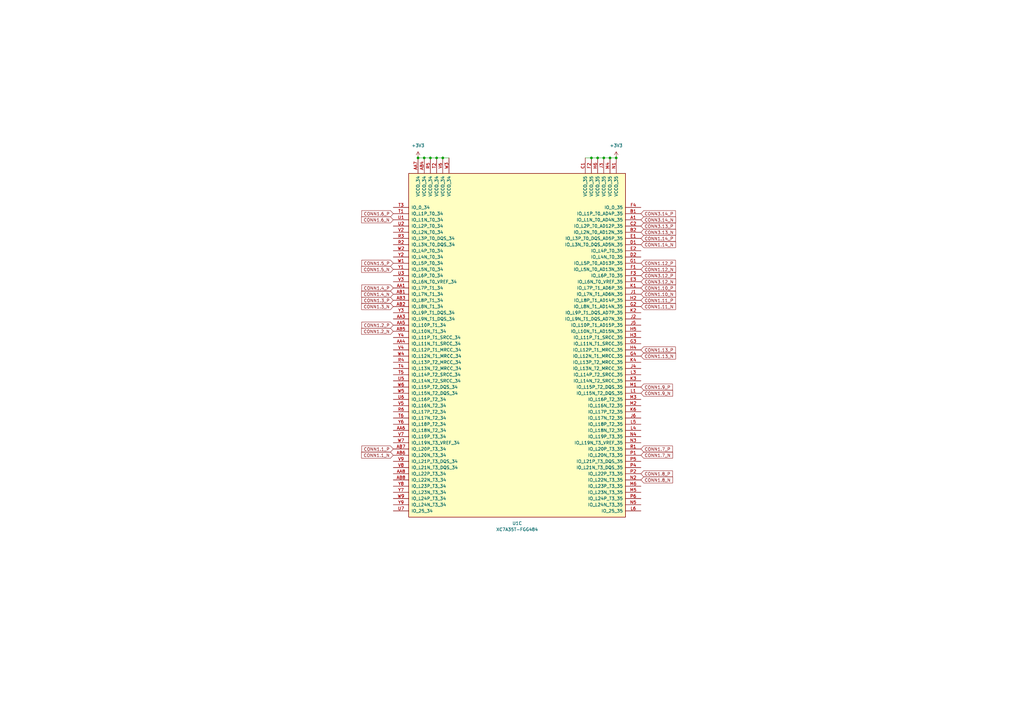
<source format=kicad_sch>
(kicad_sch (version 20230121) (generator eeschema)
  (paper "A3")
  (lib_symbols
    (symbol "FPGA_Xilinx_Artix7:XC7A35T-FGG484" (pin_names (offset 1.016))
      (property "Reference" "U" (at 0 1.27 0))
      (property "Value" "XC7A35T-FGG484" (at 0 -1.27 0))
      (symbol "XC7A35T-FGG484_1_1"
        (rectangle (start -44.45 67.31) (end 44.45 -73.66) (stroke (width 0.254)) (fill (type background)))
        (pin power_in line (at -40.64 73.66 270) (length 6.35) (name "VCCO_13") (number "AA17"))
        (pin bidirectional line (at 50.8 -30.48 180) (length 6.35) (name "IO_L17P_T2_A14_D30_14") (number "AA18"))
        (pin bidirectional line (at 50.8 -20.32 180) (length 6.35) (name "IO_L15P_T2_DQS_RDWR_B_14") (number "AA19"))
        (pin bidirectional line (at 50.8 15.24 180) (length 6.35) (name "IO_L8P_T1_D11_14") (number "AA20"))
        (pin bidirectional line (at 50.8 12.7 180) (length 6.35) (name "IO_L8N_T1_D12_14") (number "AA21"))
        (pin power_in line (at -38.1 73.66 270) (length 6.35) (name "VCCO_13") (number "AB14"))
        (pin bidirectional line (at 50.8 -33.02 180) (length 6.35) (name "IO_L17N_T2_A13_D29_14") (number "AB18"))
        (pin bidirectional line (at 50.8 -22.86 180) (length 6.35) (name "IO_L15N_T2_DQS_DOUT_CSO_B_14") (number "AB20"))
        (pin bidirectional line (at 50.8 5.08 180) (length 6.35) (name "IO_L10P_T1_D14_14") (number "AB21"))
        (pin bidirectional line (at 50.8 2.54 180) (length 6.35) (name "IO_L10N_T1_D15_14") (number "AB22"))
        (pin power_in line (at 27.94 73.66 270) (length 6.35) (name "VCCO_14") (number "M14"))
        (pin bidirectional line (at 50.8 -60.96 180) (length 6.35) (name "IO_L23P_T3_A03_D19_14") (number "N13"))
        (pin bidirectional line (at 50.8 -63.5 180) (length 6.35) (name "IO_L23N_T3_A02_D18_14") (number "N14"))
        (pin bidirectional line (at 50.8 -71.12 180) (length 6.35) (name "IO_25_14") (number "N15"))
        (pin bidirectional line (at 50.8 -50.8 180) (length 6.35) (name "IO_L21P_T3_DQS_14") (number "N17"))
        (pin bidirectional line (at 50.8 -40.64 180) (length 6.35) (name "IO_L19P_T3_A10_D26_14") (number "P14"))
        (pin bidirectional line (at 50.8 -55.88 180) (length 6.35) (name "IO_L22P_T3_A05_D21_14") (number "P15"))
        (pin bidirectional line (at 50.8 -66.04 180) (length 6.35) (name "IO_L24P_T3_A01_D17_14") (number "P16"))
        (pin bidirectional line (at 50.8 -53.34 180) (length 6.35) (name "IO_L21N_T3_DQS_A06_D22_14") (number "P17"))
        (pin power_in line (at 30.48 73.66 270) (length 6.35) (name "VCCO_14") (number "P18"))
        (pin bidirectional line (at 50.8 30.48 180) (length 6.35) (name "IO_L5P_T0_D06_14") (number "P19"))
        (pin bidirectional line (at 50.8 53.34 180) (length 6.35) (name "IO_0_14") (number "P20"))
        (pin bidirectional line (at 50.8 45.72 180) (length 6.35) (name "IO_L2P_T0_D02_14") (number "P21"))
        (pin bidirectional line (at 50.8 50.8 180) (length 6.35) (name "IO_L1P_T0_D00_MOSI_14") (number "P22"))
        (pin bidirectional line (at 50.8 -43.18 180) (length 6.35) (name "IO_L19N_T3_A09_D25_VREF_14") (number "R14"))
        (pin power_in line (at 33.02 73.66 270) (length 6.35) (name "VCCO_14") (number "R15"))
        (pin bidirectional line (at 50.8 -58.42 180) (length 6.35) (name "IO_L22N_T3_A04_D20_14") (number "R16"))
        (pin bidirectional line (at 50.8 -68.58 180) (length 6.35) (name "IO_L24N_T3_A00_D16_14") (number "R17"))
        (pin bidirectional line (at 50.8 -45.72 180) (length 6.35) (name "IO_L20P_T3_A08_D24_14") (number "R18"))
        (pin bidirectional line (at 50.8 27.94 180) (length 6.35) (name "IO_L5N_T0_D07_14") (number "R19"))
        (pin bidirectional line (at 50.8 43.18 180) (length 6.35) (name "IO_L2N_T0_D03_14") (number "R21"))
        (pin bidirectional line (at 50.8 48.26 180) (length 6.35) (name "IO_L1N_T0_D01_DIN_14") (number "R22"))
        (pin bidirectional line (at 50.8 -48.26 180) (length 6.35) (name "IO_L20N_T3_A07_D23_14") (number "T18"))
        (pin bidirectional line (at 50.8 25.4 180) (length 6.35) (name "IO_L6P_T0_FCS_B_14") (number "T19"))
        (pin bidirectional line (at 50.8 22.86 180) (length 6.35) (name "IO_L6N_T0_D08_VREF_14") (number "T20"))
        (pin bidirectional line (at 50.8 35.56 180) (length 6.35) (name "IO_L4P_T0_D04_14") (number "T21"))
        (pin power_in line (at 35.56 73.66 270) (length 6.35) (name "VCCO_14") (number "T22"))
        (pin bidirectional line (at 50.8 -35.56 180) (length 6.35) (name "IO_L18P_T2_A12_D28_14") (number "U17"))
        (pin bidirectional line (at 50.8 -38.1 180) (length 6.35) (name "IO_L18N_T2_A11_D27_14") (number "U18"))
        (pin power_in line (at 38.1 73.66 270) (length 6.35) (name "VCCO_14") (number "U19"))
        (pin bidirectional line (at 50.8 0 180) (length 6.35) (name "IO_L11P_T1_SRCC_14") (number "U20"))
        (pin bidirectional line (at 50.8 33.02 180) (length 6.35) (name "IO_L4N_T0_D05_14") (number "U21"))
        (pin bidirectional line (at 50.8 40.64 180) (length 6.35) (name "IO_L3P_T0_DQS_PUDC_B_14") (number "U22"))
        (pin power_in line (at -35.56 73.66 270) (length 6.35) (name "VCCO_13") (number "V16"))
        (pin bidirectional line (at 50.8 -25.4 180) (length 6.35) (name "IO_L16P_T2_CSI_B_14") (number "V17"))
        (pin bidirectional line (at 50.8 -15.24 180) (length 6.35) (name "IO_L14P_T2_SRCC_14") (number "V18"))
        (pin bidirectional line (at 50.8 -17.78 180) (length 6.35) (name "IO_L14N_T2_SRCC_14") (number "V19"))
        (pin bidirectional line (at 50.8 -2.54 180) (length 6.35) (name "IO_L11N_T1_SRCC_14") (number "V20"))
        (pin bidirectional line (at 50.8 38.1 180) (length 6.35) (name "IO_L3N_T0_DQS_EMCCLK_14") (number "V22"))
        (pin power_in line (at -33.02 73.66 270) (length 6.35) (name "VCCO_13") (number "W13"))
        (pin bidirectional line (at 50.8 -27.94 180) (length 6.35) (name "IO_L16N_T2_A15_D31_14") (number "W17"))
        (pin bidirectional line (at 50.8 -5.08 180) (length 6.35) (name "IO_L12P_T1_MRCC_14") (number "W19"))
        (pin bidirectional line (at 50.8 -7.62 180) (length 6.35) (name "IO_L12N_T1_MRCC_14") (number "W20"))
        (pin bidirectional line (at 50.8 20.32 180) (length 6.35) (name "IO_L7P_T1_D09_14") (number "W21"))
        (pin bidirectional line (at 50.8 17.78 180) (length 6.35) (name "IO_L7N_T1_D10_14") (number "W22"))
        (pin power_in line (at -30.48 73.66 270) (length 6.35) (name "VCCO_13") (number "Y10"))
        (pin bidirectional line (at 50.8 -10.16 180) (length 6.35) (name "IO_L13P_T2_MRCC_14") (number "Y18"))
        (pin bidirectional line (at 50.8 -12.7 180) (length 6.35) (name "IO_L13N_T2_MRCC_14") (number "Y19"))
        (pin power_in line (at 40.64 73.66 270) (length 6.35) (name "VCCO_14") (number "Y20"))
        (pin bidirectional line (at 50.8 10.16 180) (length 6.35) (name "IO_L9P_T1_DQS_14") (number "Y21"))
        (pin bidirectional line (at 50.8 7.62 180) (length 6.35) (name "IO_L9N_T1_DQS_D13_14") (number "Y22"))
      )
      (symbol "XC7A35T-FGG484_2_1"
        (rectangle (start -44.45 67.31) (end 44.45 -73.66) (stroke (width 0.254)) (fill (type background)))
        (pin bidirectional line (at 50.8 5.08 180) (length 6.35) (name "IO_L10P_T1_16") (number "A13"))
        (pin bidirectional line (at 50.8 2.54 180) (length 6.35) (name "IO_L10N_T1_16") (number "A14"))
        (pin bidirectional line (at 50.8 10.16 180) (length 6.35) (name "IO_L9P_T1_DQS_16") (number "A15"))
        (pin bidirectional line (at 50.8 7.62 180) (length 6.35) (name "IO_L9N_T1_DQS_16") (number "A16"))
        (pin power_in line (at 27.94 73.66 270) (length 6.35) (name "VCCO_16") (number "A17"))
        (pin bidirectional line (at 50.8 -30.48 180) (length 6.35) (name "IO_L17P_T2_16") (number "A18"))
        (pin bidirectional line (at 50.8 -33.02 180) (length 6.35) (name "IO_L17N_T2_16") (number "A19"))
        (pin bidirectional line (at 50.8 -27.94 180) (length 6.35) (name "IO_L16N_T2_16") (number "A20"))
        (pin bidirectional line (at 50.8 -53.34 180) (length 6.35) (name "IO_L21N_T3_DQS_16") (number "A21"))
        (pin bidirectional line (at 50.8 12.7 180) (length 6.35) (name "IO_L8N_T1_16") (number "B13"))
        (pin power_in line (at 30.48 73.66 270) (length 6.35) (name "VCCO_16") (number "B14"))
        (pin bidirectional line (at 50.8 20.32 180) (length 6.35) (name "IO_L7P_T1_16") (number "B15"))
        (pin bidirectional line (at 50.8 17.78 180) (length 6.35) (name "IO_L7N_T1_16") (number "B16"))
        (pin bidirectional line (at 50.8 0 180) (length 6.35) (name "IO_L11P_T1_SRCC_16") (number "B17"))
        (pin bidirectional line (at 50.8 -2.54 180) (length 6.35) (name "IO_L11N_T1_SRCC_16") (number "B18"))
        (pin bidirectional line (at 50.8 -25.4 180) (length 6.35) (name "IO_L16P_T2_16") (number "B20"))
        (pin bidirectional line (at 50.8 -50.8 180) (length 6.35) (name "IO_L21P_T3_DQS_16") (number "B21"))
        (pin bidirectional line (at 50.8 -48.26 180) (length 6.35) (name "IO_L20N_T3_16") (number "B22"))
        (pin bidirectional line (at 50.8 15.24 180) (length 6.35) (name "IO_L8P_T1_16") (number "C13"))
        (pin bidirectional line (at 50.8 40.64 180) (length 6.35) (name "IO_L3P_T0_DQS_16") (number "C14"))
        (pin bidirectional line (at 50.8 38.1 180) (length 6.35) (name "IO_L3N_T0_DQS_16") (number "C15"))
        (pin bidirectional line (at 50.8 -7.62 180) (length 6.35) (name "IO_L12N_T1_MRCC_16") (number "C17"))
        (pin bidirectional line (at 50.8 -10.16 180) (length 6.35) (name "IO_L13P_T2_MRCC_16") (number "C18"))
        (pin bidirectional line (at 50.8 -12.7 180) (length 6.35) (name "IO_L13N_T2_MRCC_16") (number "C19"))
        (pin bidirectional line (at 50.8 -43.18 180) (length 6.35) (name "IO_L19N_T3_VREF_16") (number "C20"))
        (pin power_in line (at 33.02 73.66 270) (length 6.35) (name "VCCO_16") (number "C21"))
        (pin bidirectional line (at 50.8 -45.72 180) (length 6.35) (name "IO_L20P_T3_16") (number "C22"))
        (pin bidirectional line (at 50.8 25.4 180) (length 6.35) (name "IO_L6P_T0_16") (number "D14"))
        (pin bidirectional line (at 50.8 22.86 180) (length 6.35) (name "IO_L6N_T0_VREF_16") (number "D15"))
        (pin bidirectional line (at 50.8 27.94 180) (length 6.35) (name "IO_L5N_T0_16") (number "D16"))
        (pin bidirectional line (at 50.8 -5.08 180) (length 6.35) (name "IO_L12P_T1_MRCC_16") (number "D17"))
        (pin power_in line (at 35.56 73.66 270) (length 6.35) (name "VCCO_16") (number "D18"))
        (pin bidirectional line (at 50.8 -17.78 180) (length 6.35) (name "IO_L14N_T2_SRCC_16") (number "D19"))
        (pin bidirectional line (at 50.8 -40.64 180) (length 6.35) (name "IO_L19P_T3_16") (number "D20"))
        (pin bidirectional line (at 50.8 -63.5 180) (length 6.35) (name "IO_L23N_T3_16") (number "D21"))
        (pin bidirectional line (at 50.8 -58.42 180) (length 6.35) (name "IO_L22N_T3_16") (number "D22"))
        (pin bidirectional line (at 50.8 35.56 180) (length 6.35) (name "IO_L4P_T0_16") (number "E13"))
        (pin bidirectional line (at 50.8 33.02 180) (length 6.35) (name "IO_L4N_T0_16") (number "E14"))
        (pin power_in line (at 38.1 73.66 270) (length 6.35) (name "VCCO_16") (number "E15"))
        (pin bidirectional line (at 50.8 30.48 180) (length 6.35) (name "IO_L5P_T0_16") (number "E16"))
        (pin bidirectional line (at 50.8 43.18 180) (length 6.35) (name "IO_L2N_T0_16") (number "E17"))
        (pin bidirectional line (at 50.8 -22.86 180) (length 6.35) (name "IO_L15N_T2_DQS_16") (number "E18"))
        (pin bidirectional line (at 50.8 -15.24 180) (length 6.35) (name "IO_L14P_T2_SRCC_16") (number "E19"))
        (pin bidirectional line (at 50.8 -60.96 180) (length 6.35) (name "IO_L23P_T3_16") (number "E21"))
        (pin bidirectional line (at 50.8 -55.88 180) (length 6.35) (name "IO_L22P_T3_16") (number "E22"))
        (pin bidirectional line (at 50.8 50.8 180) (length 6.35) (name "IO_L1P_T0_16") (number "F13"))
        (pin bidirectional line (at 50.8 48.26 180) (length 6.35) (name "IO_L1N_T0_16") (number "F14"))
        (pin bidirectional line (at 50.8 53.34 180) (length 6.35) (name "IO_0_16") (number "F15"))
        (pin bidirectional line (at 50.8 45.72 180) (length 6.35) (name "IO_L2P_T0_16") (number "F16"))
        (pin bidirectional line (at 50.8 -20.32 180) (length 6.35) (name "IO_L15P_T2_DQS_16") (number "F18"))
        (pin bidirectional line (at 50.8 -35.56 180) (length 6.35) (name "IO_L18P_T2_16") (number "F19"))
        (pin bidirectional line (at 50.8 -38.1 180) (length 6.35) (name "IO_L18N_T2_16") (number "F20"))
        (pin bidirectional line (at 50.8 -71.12 180) (length 6.35) (name "IO_25_16") (number "F21"))
        (pin power_in line (at 40.64 73.66 270) (length 6.35) (name "VCCO_16") (number "F22"))
        (pin bidirectional line (at -50.8 48.26 0) (length 6.35) (name "IO_L1N_T0_AD0N_15") (number "G13"))
        (pin bidirectional line (at -50.8 45.72 0) (length 6.35) (name "IO_L2P_T0_AD8P_15") (number "G15"))
        (pin bidirectional line (at -50.8 43.18 0) (length 6.35) (name "IO_L2N_T0_AD8N_15") (number "G16"))
        (pin bidirectional line (at -50.8 35.56 0) (length 6.35) (name "IO_L4P_T0_15") (number "G17"))
        (pin bidirectional line (at -50.8 33.02 0) (length 6.35) (name "IO_L4N_T0_15") (number "G18"))
        (pin power_in line (at -40.64 73.66 270) (length 6.35) (name "VCCO_15") (number "G19"))
        (pin bidirectional line (at -50.8 12.7 0) (length 6.35) (name "IO_L8N_T1_AD10N_15") (number "G20"))
        (pin bidirectional line (at 50.8 -66.04 180) (length 6.35) (name "IO_L24P_T3_16") (number "G21"))
        (pin bidirectional line (at 50.8 -68.58 180) (length 6.35) (name "IO_L24N_T3_16") (number "G22"))
        (pin bidirectional line (at -50.8 50.8 0) (length 6.35) (name "IO_L1P_T0_AD0P_15") (number "H13"))
        (pin bidirectional line (at -50.8 38.1 0) (length 6.35) (name "IO_L3N_T0_DQS_AD1N_15") (number "H14"))
        (pin bidirectional line (at -50.8 27.94 0) (length 6.35) (name "IO_L5N_T0_AD9N_15") (number "H15"))
        (pin power_in line (at -38.1 73.66 270) (length 6.35) (name "VCCO_15") (number "H16"))
        (pin bidirectional line (at -50.8 25.4 0) (length 6.35) (name "IO_L6P_T0_15") (number "H17"))
        (pin bidirectional line (at -50.8 22.86 0) (length 6.35) (name "IO_L6N_T0_VREF_15") (number "H18"))
        (pin bidirectional line (at -50.8 -7.62 0) (length 6.35) (name "IO_L12N_T1_MRCC_15") (number "H19"))
        (pin bidirectional line (at -50.8 15.24 0) (length 6.35) (name "IO_L8P_T1_AD10P_15") (number "H20"))
        (pin bidirectional line (at -50.8 17.78 0) (length 6.35) (name "IO_L7N_T1_AD2N_15") (number "H22"))
        (pin power_in line (at -35.56 73.66 270) (length 6.35) (name "VCCO_15") (number "J13"))
        (pin bidirectional line (at -50.8 40.64 0) (length 6.35) (name "IO_L3P_T0_DQS_AD1P_15") (number "J14"))
        (pin bidirectional line (at -50.8 30.48 0) (length 6.35) (name "IO_L5P_T0_AD9P_15") (number "J15"))
        (pin bidirectional line (at -50.8 53.34 0) (length 6.35) (name "IO_0_15") (number "J16"))
        (pin bidirectional line (at -50.8 -53.34 0) (length 6.35) (name "IO_L21N_T3_DQS_A18_15") (number "J17"))
        (pin bidirectional line (at -50.8 -5.08 0) (length 6.35) (name "IO_L12P_T1_MRCC_15") (number "J19"))
        (pin bidirectional line (at -50.8 0 0) (length 6.35) (name "IO_L11P_T1_SRCC_15") (number "J20"))
        (pin bidirectional line (at -50.8 -2.54 0) (length 6.35) (name "IO_L11N_T1_SRCC_15") (number "J21"))
        (pin bidirectional line (at -50.8 20.32 0) (length 6.35) (name "IO_L7P_T1_AD2P_15") (number "J22"))
        (pin bidirectional line (at -50.8 -40.64 0) (length 6.35) (name "IO_L19P_T3_A22_15") (number "K13"))
        (pin bidirectional line (at -50.8 -43.18 0) (length 6.35) (name "IO_L19N_T3_A21_VREF_15") (number "K14"))
        (pin bidirectional line (at -50.8 -63.5 0) (length 6.35) (name "IO_L23N_T3_FWE_B_15") (number "K16"))
        (pin bidirectional line (at -50.8 -50.8 0) (length 6.35) (name "IO_L21P_T3_DQS_15") (number "K17"))
        (pin bidirectional line (at -50.8 -10.16 0) (length 6.35) (name "IO_L13P_T2_MRCC_15") (number "K18"))
        (pin bidirectional line (at -50.8 -12.7 0) (length 6.35) (name "IO_L13N_T2_MRCC_15") (number "K19"))
        (pin power_in line (at -33.02 73.66 270) (length 6.35) (name "VCCO_15") (number "K20"))
        (pin bidirectional line (at -50.8 10.16 0) (length 6.35) (name "IO_L9P_T1_DQS_AD3P_15") (number "K21"))
        (pin bidirectional line (at -50.8 7.62 0) (length 6.35) (name "IO_L9N_T1_DQS_AD3N_15") (number "K22"))
        (pin bidirectional line (at -50.8 -48.26 0) (length 6.35) (name "IO_L20N_T3_A19_15") (number "L13"))
        (pin bidirectional line (at -50.8 -55.88 0) (length 6.35) (name "IO_L22P_T3_A17_15") (number "L14"))
        (pin bidirectional line (at -50.8 -58.42 0) (length 6.35) (name "IO_L22N_T3_A16_15") (number "L15"))
        (pin bidirectional line (at -50.8 -60.96 0) (length 6.35) (name "IO_L23P_T3_FOE_B_15") (number "L16"))
        (pin power_in line (at -30.48 73.66 270) (length 6.35) (name "VCCO_15") (number "L17"))
        (pin bidirectional line (at -50.8 -27.94 0) (length 6.35) (name "IO_L16N_T2_A27_15") (number "L18"))
        (pin bidirectional line (at -50.8 -15.24 0) (length 6.35) (name "IO_L14P_T2_SRCC_15") (number "L19"))
        (pin bidirectional line (at -50.8 -17.78 0) (length 6.35) (name "IO_L14N_T2_SRCC_15") (number "L20"))
        (pin bidirectional line (at -50.8 2.54 0) (length 6.35) (name "IO_L10N_T1_AD11N_15") (number "L21"))
        (pin bidirectional line (at -50.8 -45.72 0) (length 6.35) (name "IO_L20P_T3_A20_15") (number "M13"))
        (pin bidirectional line (at -50.8 -66.04 0) (length 6.35) (name "IO_L24P_T3_RS1_15") (number "M15"))
        (pin bidirectional line (at -50.8 -68.58 0) (length 6.35) (name "IO_L24N_T3_RS0_15") (number "M16"))
        (pin bidirectional line (at -50.8 -71.12 0) (length 6.35) (name "IO_25_15") (number "M17"))
        (pin bidirectional line (at -50.8 -25.4 0) (length 6.35) (name "IO_L16P_T2_A28_15") (number "M18"))
        (pin bidirectional line (at -50.8 -38.1 0) (length 6.35) (name "IO_L18N_T2_A23_15") (number "M20"))
        (pin bidirectional line (at -50.8 5.08 0) (length 6.35) (name "IO_L10P_T1_AD11P_15") (number "M21"))
        (pin bidirectional line (at -50.8 -22.86 0) (length 6.35) (name "IO_L15N_T2_DQS_ADV_B_15") (number "M22"))
        (pin bidirectional line (at -50.8 -30.48 0) (length 6.35) (name "IO_L17P_T2_A26_15") (number "N18"))
        (pin bidirectional line (at -50.8 -33.02 0) (length 6.35) (name "IO_L17N_T2_A25_15") (number "N19"))
        (pin bidirectional line (at -50.8 -35.56 0) (length 6.35) (name "IO_L18P_T2_A24_15") (number "N20"))
        (pin power_in line (at -27.94 73.66 270) (length 6.35) (name "VCCO_15") (number "N21"))
        (pin bidirectional line (at -50.8 -20.32 0) (length 6.35) (name "IO_L15P_T2_DQS_15") (number "N22"))
      )
      (symbol "XC7A35T-FGG484_3_1"
        (rectangle (start -44.45 67.31) (end 44.45 -73.66) (stroke (width 0.254)) (fill (type background)))
        (pin bidirectional line (at 50.8 48.26 180) (length 6.35) (name "IO_L1N_T0_AD4N_35") (number "A1"))
        (pin bidirectional line (at -50.8 20.32 0) (length 6.35) (name "IO_L7P_T1_34") (number "AA1"))
        (pin bidirectional line (at -50.8 7.62 0) (length 6.35) (name "IO_L9N_T1_DQS_34") (number "AA3"))
        (pin bidirectional line (at -50.8 -2.54 0) (length 6.35) (name "IO_L11N_T1_SRCC_34") (number "AA4"))
        (pin bidirectional line (at -50.8 5.08 0) (length 6.35) (name "IO_L10P_T1_34") (number "AA5"))
        (pin bidirectional line (at -50.8 -38.1 0) (length 6.35) (name "IO_L18N_T2_34") (number "AA6"))
        (pin power_in line (at -40.64 73.66 270) (length 6.35) (name "VCCO_34") (number "AA7"))
        (pin bidirectional line (at -50.8 -55.88 0) (length 6.35) (name "IO_L22P_T3_34") (number "AA8"))
        (pin bidirectional line (at -50.8 17.78 0) (length 6.35) (name "IO_L7N_T1_34") (number "AB1"))
        (pin bidirectional line (at -50.8 12.7 0) (length 6.35) (name "IO_L8N_T1_34") (number "AB2"))
        (pin bidirectional line (at -50.8 15.24 0) (length 6.35) (name "IO_L8P_T1_34") (number "AB3"))
        (pin power_in line (at -38.1 73.66 270) (length 6.35) (name "VCCO_34") (number "AB4"))
        (pin bidirectional line (at -50.8 2.54 0) (length 6.35) (name "IO_L10N_T1_34") (number "AB5"))
        (pin bidirectional line (at -50.8 -48.26 0) (length 6.35) (name "IO_L20N_T3_34") (number "AB6"))
        (pin bidirectional line (at -50.8 -45.72 0) (length 6.35) (name "IO_L20P_T3_34") (number "AB7"))
        (pin bidirectional line (at -50.8 -58.42 0) (length 6.35) (name "IO_L22N_T3_34") (number "AB8"))
        (pin bidirectional line (at 50.8 50.8 180) (length 6.35) (name "IO_L1P_T0_AD4P_35") (number "B1"))
        (pin bidirectional line (at 50.8 43.18 180) (length 6.35) (name "IO_L2N_T0_AD12N_35") (number "B2"))
        (pin power_in line (at 27.94 73.66 270) (length 6.35) (name "VCCO_35") (number "C1"))
        (pin bidirectional line (at 50.8 45.72 180) (length 6.35) (name "IO_L2P_T0_AD12P_35") (number "C2"))
        (pin bidirectional line (at 50.8 38.1 180) (length 6.35) (name "IO_L3N_T0_DQS_AD5N_35") (number "D1"))
        (pin bidirectional line (at 50.8 33.02 180) (length 6.35) (name "IO_L4N_T0_35") (number "D2"))
        (pin bidirectional line (at 50.8 40.64 180) (length 6.35) (name "IO_L3P_T0_DQS_AD5P_35") (number "E1"))
        (pin bidirectional line (at 50.8 35.56 180) (length 6.35) (name "IO_L4P_T0_35") (number "E2"))
        (pin bidirectional line (at 50.8 22.86 180) (length 6.35) (name "IO_L6N_T0_VREF_35") (number "E3"))
        (pin bidirectional line (at 50.8 27.94 180) (length 6.35) (name "IO_L5N_T0_AD13N_35") (number "F1"))
        (pin power_in line (at 30.48 73.66 270) (length 6.35) (name "VCCO_35") (number "F2"))
        (pin bidirectional line (at 50.8 25.4 180) (length 6.35) (name "IO_L6P_T0_35") (number "F3"))
        (pin bidirectional line (at 50.8 53.34 180) (length 6.35) (name "IO_0_35") (number "F4"))
        (pin bidirectional line (at 50.8 30.48 180) (length 6.35) (name "IO_L5P_T0_AD13P_35") (number "G1"))
        (pin bidirectional line (at 50.8 12.7 180) (length 6.35) (name "IO_L8N_T1_AD14N_35") (number "G2"))
        (pin bidirectional line (at 50.8 -2.54 180) (length 6.35) (name "IO_L11N_T1_SRCC_35") (number "G3"))
        (pin bidirectional line (at 50.8 -7.62 180) (length 6.35) (name "IO_L12N_T1_MRCC_35") (number "G4"))
        (pin bidirectional line (at 50.8 15.24 180) (length 6.35) (name "IO_L8P_T1_AD14P_35") (number "H2"))
        (pin bidirectional line (at 50.8 0 180) (length 6.35) (name "IO_L11P_T1_SRCC_35") (number "H3"))
        (pin bidirectional line (at 50.8 -5.08 180) (length 6.35) (name "IO_L12P_T1_MRCC_35") (number "H4"))
        (pin bidirectional line (at 50.8 2.54 180) (length 6.35) (name "IO_L10N_T1_AD15N_35") (number "H5"))
        (pin power_in line (at 33.02 73.66 270) (length 6.35) (name "VCCO_35") (number "H6"))
        (pin bidirectional line (at 50.8 17.78 180) (length 6.35) (name "IO_L7N_T1_AD6N_35") (number "J1"))
        (pin bidirectional line (at 50.8 7.62 180) (length 6.35) (name "IO_L9N_T1_DQS_AD7N_35") (number "J2"))
        (pin power_in line (at 35.56 73.66 270) (length 6.35) (name "VCCO_35") (number "J3"))
        (pin bidirectional line (at 50.8 -12.7 180) (length 6.35) (name "IO_L13N_T2_MRCC_35") (number "J4"))
        (pin bidirectional line (at 50.8 5.08 180) (length 6.35) (name "IO_L10P_T1_AD15P_35") (number "J5"))
        (pin bidirectional line (at 50.8 -33.02 180) (length 6.35) (name "IO_L17N_T2_35") (number "J6"))
        (pin bidirectional line (at 50.8 20.32 180) (length 6.35) (name "IO_L7P_T1_AD6P_35") (number "K1"))
        (pin bidirectional line (at 50.8 10.16 180) (length 6.35) (name "IO_L9P_T1_DQS_AD7P_35") (number "K2"))
        (pin bidirectional line (at 50.8 -17.78 180) (length 6.35) (name "IO_L14N_T2_SRCC_35") (number "K3"))
        (pin bidirectional line (at 50.8 -10.16 180) (length 6.35) (name "IO_L13P_T2_MRCC_35") (number "K4"))
        (pin bidirectional line (at 50.8 -30.48 180) (length 6.35) (name "IO_L17P_T2_35") (number "K6"))
        (pin bidirectional line (at 50.8 -22.86 180) (length 6.35) (name "IO_L15N_T2_DQS_35") (number "L1"))
        (pin bidirectional line (at 50.8 -15.24 180) (length 6.35) (name "IO_L14P_T2_SRCC_35") (number "L3"))
        (pin bidirectional line (at 50.8 -38.1 180) (length 6.35) (name "IO_L18N_T2_35") (number "L4"))
        (pin bidirectional line (at 50.8 -35.56 180) (length 6.35) (name "IO_L18P_T2_35") (number "L5"))
        (pin bidirectional line (at 50.8 -71.12 180) (length 6.35) (name "IO_25_35") (number "L6"))
        (pin bidirectional line (at 50.8 -20.32 180) (length 6.35) (name "IO_L15P_T2_DQS_35") (number "M1"))
        (pin bidirectional line (at 50.8 -27.94 180) (length 6.35) (name "IO_L16N_T2_35") (number "M2"))
        (pin bidirectional line (at 50.8 -25.4 180) (length 6.35) (name "IO_L16P_T2_35") (number "M3"))
        (pin power_in line (at 38.1 73.66 270) (length 6.35) (name "VCCO_35") (number "M4"))
        (pin bidirectional line (at 50.8 -63.5 180) (length 6.35) (name "IO_L23N_T3_35") (number "M5"))
        (pin bidirectional line (at 50.8 -60.96 180) (length 6.35) (name "IO_L23P_T3_35") (number "M6"))
        (pin power_in line (at 40.64 73.66 270) (length 6.35) (name "VCCO_35") (number "N1"))
        (pin bidirectional line (at 50.8 -58.42 180) (length 6.35) (name "IO_L22N_T3_35") (number "N2"))
        (pin bidirectional line (at 50.8 -43.18 180) (length 6.35) (name "IO_L19N_T3_VREF_35") (number "N3"))
        (pin bidirectional line (at 50.8 -40.64 180) (length 6.35) (name "IO_L19P_T3_35") (number "N4"))
        (pin bidirectional line (at 50.8 -68.58 180) (length 6.35) (name "IO_L24N_T3_35") (number "N5"))
        (pin bidirectional line (at 50.8 -48.26 180) (length 6.35) (name "IO_L20N_T3_35") (number "P1"))
        (pin bidirectional line (at 50.8 -55.88 180) (length 6.35) (name "IO_L22P_T3_35") (number "P2"))
        (pin bidirectional line (at 50.8 -53.34 180) (length 6.35) (name "IO_L21N_T3_DQS_35") (number "P4"))
        (pin bidirectional line (at 50.8 -50.8 180) (length 6.35) (name "IO_L21P_T3_DQS_35") (number "P5"))
        (pin bidirectional line (at 50.8 -66.04 180) (length 6.35) (name "IO_L24P_T3_35") (number "P6"))
        (pin bidirectional line (at 50.8 -45.72 180) (length 6.35) (name "IO_L20P_T3_35") (number "R1"))
        (pin bidirectional line (at -50.8 38.1 0) (length 6.35) (name "IO_L3N_T0_DQS_34") (number "R2"))
        (pin bidirectional line (at -50.8 40.64 0) (length 6.35) (name "IO_L3P_T0_DQS_34") (number "R3"))
        (pin bidirectional line (at -50.8 -10.16 0) (length 6.35) (name "IO_L13P_T2_MRCC_34") (number "R4"))
        (pin power_in line (at -35.56 73.66 270) (length 6.35) (name "VCCO_34") (number "R5"))
        (pin bidirectional line (at -50.8 -30.48 0) (length 6.35) (name "IO_L17P_T2_34") (number "R6"))
        (pin bidirectional line (at -50.8 50.8 0) (length 6.35) (name "IO_L1P_T0_34") (number "T1"))
        (pin power_in line (at -33.02 73.66 270) (length 6.35) (name "VCCO_34") (number "T2"))
        (pin bidirectional line (at -50.8 53.34 0) (length 6.35) (name "IO_0_34") (number "T3"))
        (pin bidirectional line (at -50.8 -12.7 0) (length 6.35) (name "IO_L13N_T2_MRCC_34") (number "T4"))
        (pin bidirectional line (at -50.8 -15.24 0) (length 6.35) (name "IO_L14P_T2_SRCC_34") (number "T5"))
        (pin bidirectional line (at -50.8 -33.02 0) (length 6.35) (name "IO_L17N_T2_34") (number "T6"))
        (pin bidirectional line (at -50.8 48.26 0) (length 6.35) (name "IO_L1N_T0_34") (number "U1"))
        (pin bidirectional line (at -50.8 45.72 0) (length 6.35) (name "IO_L2P_T0_34") (number "U2"))
        (pin bidirectional line (at -50.8 25.4 0) (length 6.35) (name "IO_L6P_T0_34") (number "U3"))
        (pin bidirectional line (at -50.8 -17.78 0) (length 6.35) (name "IO_L14N_T2_SRCC_34") (number "U5"))
        (pin bidirectional line (at -50.8 -25.4 0) (length 6.35) (name "IO_L16P_T2_34") (number "U6"))
        (pin bidirectional line (at -50.8 -71.12 0) (length 6.35) (name "IO_25_34") (number "U7"))
        (pin bidirectional line (at -50.8 43.18 0) (length 6.35) (name "IO_L2N_T0_34") (number "V2"))
        (pin bidirectional line (at -50.8 22.86 0) (length 6.35) (name "IO_L6N_T0_VREF_34") (number "V3"))
        (pin bidirectional line (at -50.8 -5.08 0) (length 6.35) (name "IO_L12P_T1_MRCC_34") (number "V4"))
        (pin bidirectional line (at -50.8 -27.94 0) (length 6.35) (name "IO_L16N_T2_34") (number "V5"))
        (pin power_in line (at -30.48 73.66 270) (length 6.35) (name "VCCO_34") (number "V6"))
        (pin bidirectional line (at -50.8 -40.64 0) (length 6.35) (name "IO_L19P_T3_34") (number "V7"))
        (pin bidirectional line (at -50.8 -53.34 0) (length 6.35) (name "IO_L21N_T3_DQS_34") (number "V8"))
        (pin bidirectional line (at -50.8 -50.8 0) (length 6.35) (name "IO_L21P_T3_DQS_34") (number "V9"))
        (pin bidirectional line (at -50.8 30.48 0) (length 6.35) (name "IO_L5P_T0_34") (number "W1"))
        (pin bidirectional line (at -50.8 35.56 0) (length 6.35) (name "IO_L4P_T0_34") (number "W2"))
        (pin power_in line (at -27.94 73.66 270) (length 6.35) (name "VCCO_34") (number "W3"))
        (pin bidirectional line (at -50.8 -7.62 0) (length 6.35) (name "IO_L12N_T1_MRCC_34") (number "W4"))
        (pin bidirectional line (at -50.8 -22.86 0) (length 6.35) (name "IO_L15N_T2_DQS_34") (number "W5"))
        (pin bidirectional line (at -50.8 -20.32 0) (length 6.35) (name "IO_L15P_T2_DQS_34") (number "W6"))
        (pin bidirectional line (at -50.8 -43.18 0) (length 6.35) (name "IO_L19N_T3_VREF_34") (number "W7"))
        (pin bidirectional line (at -50.8 -66.04 0) (length 6.35) (name "IO_L24P_T3_34") (number "W9"))
        (pin bidirectional line (at -50.8 27.94 0) (length 6.35) (name "IO_L5N_T0_34") (number "Y1"))
        (pin bidirectional line (at -50.8 33.02 0) (length 6.35) (name "IO_L4N_T0_34") (number "Y2"))
        (pin bidirectional line (at -50.8 10.16 0) (length 6.35) (name "IO_L9P_T1_DQS_34") (number "Y3"))
        (pin bidirectional line (at -50.8 0 0) (length 6.35) (name "IO_L11P_T1_SRCC_34") (number "Y4"))
        (pin bidirectional line (at -50.8 -35.56 0) (length 6.35) (name "IO_L18P_T2_34") (number "Y6"))
        (pin bidirectional line (at -50.8 -63.5 0) (length 6.35) (name "IO_L23N_T3_34") (number "Y7"))
        (pin bidirectional line (at -50.8 -60.96 0) (length 6.35) (name "IO_L23P_T3_34") (number "Y8"))
        (pin bidirectional line (at -50.8 -68.58 0) (length 6.35) (name "IO_L24N_T3_34") (number "Y9"))
      )
      (symbol "XC7A35T-FGG484_4_1"
        (rectangle (start -31.75 30.48) (end 31.75 -30.48) (stroke (width 0.254)) (fill (type background)))
        (pin bidirectional line (at -38.1 -7.62 0) (length 6.35) (name "MGTPRXN2_216") (number "A10"))
        (pin bidirectional line (at -38.1 25.4 0) (length 6.35) (name "MGTPTXN0_216") (number "A4"))
        (pin bidirectional line (at -38.1 15.24 0) (length 6.35) (name "MGTPTXN2_216") (number "A6"))
        (pin bidirectional line (at -38.1 2.54 0) (length 6.35) (name "MGTPRXN0_216") (number "A8"))
        (pin bidirectional line (at -38.1 -5.08 0) (length 6.35) (name "MGTPRXP2_216") (number "B10"))
        (pin bidirectional line (at -38.1 27.94 0) (length 6.35) (name "MGTPTXP0_216") (number "B4"))
        (pin bidirectional line (at -38.1 17.78 0) (length 6.35) (name "MGTPTXP2_216") (number "B6"))
        (pin bidirectional line (at -38.1 5.08 0) (length 6.35) (name "MGTPRXP0_216") (number "B8"))
        (pin bidirectional line (at -38.1 -2.54 0) (length 6.35) (name "MGTPRXN1_216") (number "C11"))
        (pin bidirectional line (at -38.1 20.32 0) (length 6.35) (name "MGTPTXN1_216") (number "C5"))
        (pin bidirectional line (at -38.1 10.16 0) (length 6.35) (name "MGTPTXN3_216") (number "C7"))
        (pin bidirectional line (at -38.1 -12.7 0) (length 6.35) (name "MGTPRXN3_216") (number "C9"))
        (pin bidirectional line (at -38.1 0 0) (length 6.35) (name "MGTPRXP1_216") (number "D11"))
        (pin bidirectional line (at -38.1 22.86 0) (length 6.35) (name "MGTPTXP1_216") (number "D5"))
        (pin bidirectional line (at -38.1 12.7 0) (length 6.35) (name "MGTPTXP3_216") (number "D7"))
        (pin bidirectional line (at -38.1 -10.16 0) (length 6.35) (name "MGTPRXP3_216") (number "D9"))
        (pin bidirectional line (at -38.1 -25.4 0) (length 6.35) (name "MGTREFCLK1N_216") (number "E10"))
        (pin bidirectional line (at -38.1 -20.32 0) (length 6.35) (name "MGTREFCLK0N_216") (number "E6"))
        (pin bidirectional line (at -38.1 -22.86 0) (length 6.35) (name "MGTREFCLK1P_216") (number "F10"))
        (pin bidirectional line (at -38.1 -17.78 0) (length 6.35) (name "MGTREFCLK0P_216") (number "F6"))
      )
      (symbol "XC7A35T-FGG484_5_1"
        (rectangle (start -31.75 12.7) (end 31.75 -12.7) (stroke (width 0.254)) (fill (type background)))
        (pin power_in line (at 38.1 2.54 180) (length 6.35) (name "MGTAVTT") (number "B11"))
        (pin power_in line (at 38.1 10.16 180) (length 6.35) (name "MGTAVTT") (number "B5"))
        (pin power_in line (at 38.1 7.62 180) (length 6.35) (name "MGTAVTT") (number "B7"))
        (pin power_in line (at 38.1 5.08 180) (length 6.35) (name "MGTAVTT") (number "B9"))
        (pin power_in line (at 38.1 0 180) (length 6.35) (name "MGTAVTT") (number "C4"))
        (pin power_in line (at 38.1 -2.54 180) (length 6.35) (name "MGTAVTT") (number "C8"))
        (pin power_in line (at -38.1 7.62 0) (length 6.35) (name "MGTAVCC") (number "D10"))
        (pin power_in line (at -38.1 10.16 0) (length 6.35) (name "MGTAVCC") (number "D6"))
        (pin power_in line (at -38.1 0 0) (length 6.35) (name "MGTAVCC") (number "E8"))
        (pin power_in line (at -38.1 5.08 0) (length 6.35) (name "MGTAVCC") (number "F7"))
        (pin power_in line (at 38.1 -7.62 180) (length 6.35) (name "MGTRREF_216") (number "F8"))
        (pin power_in line (at -38.1 2.54 0) (length 6.35) (name "MGTAVCC") (number "F9"))
      )
      (symbol "XC7A35T-FGG484_6_1"
        (rectangle (start -31.75 34.29) (end 31.75 -40.64) (stroke (width 0.254)) (fill (type background)))
        (pin power_in line (at 25.4 40.64 270) (length 6.35) (name "VCCO_0") (number "F12"))
        (pin bidirectional line (at 38.1 -5.08 180) (length 6.35) (name "DONE_0") (number "G11"))
        (pin bidirectional line (at 38.1 -20.32 180) (length 6.35) (name "VP_0") (number "L10"))
        (pin bidirectional line (at 38.1 7.62 180) (length 6.35) (name "CCLK_0") (number "L12"))
        (pin bidirectional line (at 38.1 -30.48 180) (length 6.35) (name "VREFN_0") (number "L9"))
        (pin bidirectional line (at 38.1 -27.94 180) (length 6.35) (name "VREFP_0") (number "M10"))
        (pin bidirectional line (at 38.1 -22.86 180) (length 6.35) (name "VN_0") (number "M9"))
        (pin bidirectional line (at 38.1 -35.56 180) (length 6.35) (name "DXP_0") (number "N10"))
        (pin bidirectional line (at 38.1 -10.16 180) (length 6.35) (name "PROGRAM_B_0") (number "N12"))
        (pin bidirectional line (at 38.1 -38.1 180) (length 6.35) (name "DXN_0") (number "N9"))
        (pin bidirectional line (at 38.1 20.32 180) (length 6.35) (name "TDI_0") (number "R13"))
        (pin power_in line (at 27.94 40.64 270) (length 6.35) (name "VCCO_0") (number "T12"))
        (pin bidirectional line (at 38.1 15.24 180) (length 6.35) (name "TMS_0") (number "T13"))
        (pin bidirectional line (at 38.1 2.54 180) (length 6.35) (name "M1_0") (number "U10"))
        (pin bidirectional line (at 38.1 5.08 180) (length 6.35) (name "M0_0") (number "U11"))
        (pin bidirectional line (at 38.1 -7.62 180) (length 6.35) (name "INIT_B_0") (number "U12"))
        (pin bidirectional line (at 38.1 17.78 180) (length 6.35) (name "TDO_0") (number "U13"))
        (pin bidirectional line (at 38.1 -15.24 180) (length 6.35) (name "CFGBVS_0") (number "U8"))
        (pin bidirectional line (at 38.1 0 180) (length 6.35) (name "M2_0") (number "U9"))
        (pin bidirectional line (at 38.1 12.7 180) (length 6.35) (name "TCK_0") (number "V12"))
      )
      (symbol "XC7A35T-FGG484_7_1"
        (rectangle (start -19.05 76.2) (end 19.05 -76.2) (stroke (width 0.254)) (fill (type background)))
        (pin power_in line (at -25.4 22.86 0) (length 6.35) (name "GND") (number "A11"))
        (pin power_in line (at -25.4 20.32 0) (length 6.35) (name "GND") (number "A12"))
        (pin power_in line (at -25.4 35.56 0) (length 6.35) (name "GND") (number "A2"))
        (pin power_in line (at -25.4 17.78 0) (length 6.35) (name "GND") (number "A22"))
        (pin power_in line (at -25.4 33.02 0) (length 6.35) (name "GND") (number "A3"))
        (pin power_in line (at -25.4 30.48 0) (length 6.35) (name "GND") (number "A5"))
        (pin power_in line (at -25.4 27.94 0) (length 6.35) (name "GND") (number "A7"))
        (pin power_in line (at -25.4 25.4 0) (length 6.35) (name "GND") (number "A9"))
        (pin power_in line (at 25.4 -66.04 180) (length 6.35) (name "GND") (number "AA12"))
        (pin power_in line (at 25.4 -63.5 180) (length 6.35) (name "GND") (number "AA2"))
        (pin power_in line (at 25.4 -68.58 180) (length 6.35) (name "GND") (number "AA22"))
        (pin power_in line (at 25.4 -73.66 180) (length 6.35) (name "GND") (number "AB19"))
        (pin power_in line (at 25.4 -71.12 180) (length 6.35) (name "GND") (number "AB9"))
        (pin power_in line (at -25.4 12.7 0) (length 6.35) (name "GND") (number "B12"))
        (pin power_in line (at -25.4 10.16 0) (length 6.35) (name "GND") (number "B19"))
        (pin power_in line (at -25.4 15.24 0) (length 6.35) (name "GND") (number "B3"))
        (pin power_in line (at -25.4 2.54 0) (length 6.35) (name "GND") (number "C10"))
        (pin power_in line (at -25.4 0 0) (length 6.35) (name "GND") (number "C12"))
        (pin power_in line (at -25.4 -2.54 0) (length 6.35) (name "GND") (number "C16"))
        (pin power_in line (at -25.4 7.62 0) (length 6.35) (name "GND") (number "C3"))
        (pin power_in line (at -25.4 5.08 0) (length 6.35) (name "GND") (number "C6"))
        (pin power_in line (at -25.4 -12.7 0) (length 6.35) (name "GND") (number "D12"))
        (pin power_in line (at -25.4 -15.24 0) (length 6.35) (name "GND") (number "D13"))
        (pin power_in line (at -25.4 -5.08 0) (length 6.35) (name "GND") (number "D3"))
        (pin power_in line (at -25.4 -7.62 0) (length 6.35) (name "GND") (number "D4"))
        (pin power_in line (at -25.4 -10.16 0) (length 6.35) (name "GND") (number "D8"))
        (pin power_in line (at -25.4 -27.94 0) (length 6.35) (name "GND") (number "E11"))
        (pin power_in line (at -25.4 53.34 0) (length 6.35) (name "VCCBATT_0") (number "E12"))
        (pin power_in line (at -25.4 -30.48 0) (length 6.35) (name "GND") (number "E20"))
        (pin power_in line (at -25.4 -17.78 0) (length 6.35) (name "GND") (number "E4"))
        (pin power_in line (at -25.4 -20.32 0) (length 6.35) (name "GND") (number "E5"))
        (pin power_in line (at -25.4 -22.86 0) (length 6.35) (name "GND") (number "E7"))
        (pin power_in line (at -25.4 -25.4 0) (length 6.35) (name "GND") (number "E9"))
        (pin power_in line (at -25.4 -35.56 0) (length 6.35) (name "GND") (number "F11"))
        (pin power_in line (at -25.4 -38.1 0) (length 6.35) (name "GND") (number "F17"))
        (pin power_in line (at -25.4 -33.02 0) (length 6.35) (name "GND") (number "F5"))
        (pin power_in line (at -25.4 -53.34 0) (length 6.35) (name "GND") (number "G10"))
        (pin power_in line (at -25.4 -55.88 0) (length 6.35) (name "GND") (number "G12"))
        (pin power_in line (at -25.4 -58.42 0) (length 6.35) (name "GND") (number "G14"))
        (pin power_in line (at -25.4 -40.64 0) (length 6.35) (name "GND") (number "G5"))
        (pin power_in line (at -25.4 -43.18 0) (length 6.35) (name "GND") (number "G6"))
        (pin power_in line (at -25.4 -45.72 0) (length 6.35) (name "GND") (number "G7"))
        (pin power_in line (at -25.4 -48.26 0) (length 6.35) (name "GND") (number "G8"))
        (pin power_in line (at -25.4 -50.8 0) (length 6.35) (name "GND") (number "G9"))
        (pin power_in line (at -25.4 -60.96 0) (length 6.35) (name "GND") (number "H1"))
        (pin power_in line (at 25.4 71.12 180) (length 6.35) (name "VCCINT") (number "H10"))
        (pin power_in line (at -25.4 -68.58 0) (length 6.35) (name "GND") (number "H11"))
        (pin power_in line (at -25.4 73.66 0) (length 6.35) (name "VCCAUX") (number "H12"))
        (pin power_in line (at -25.4 -71.12 0) (length 6.35) (name "GND") (number "H21"))
        (pin power_in line (at -25.4 -63.5 0) (length 6.35) (name "GND") (number "H7"))
        (pin power_in line (at 25.4 73.66 180) (length 6.35) (name "VCCINT") (number "H8"))
        (pin power_in line (at -25.4 -66.04 0) (length 6.35) (name "GND") (number "H9"))
        (pin power_in line (at 25.4 33.02 180) (length 6.35) (name "GND") (number "J10"))
        (pin power_in line (at -25.4 50.8 0) (length 6.35) (name "VCCBRAM") (number "J11"))
        (pin power_in line (at 25.4 30.48 180) (length 6.35) (name "GND") (number "J12"))
        (pin power_in line (at 25.4 27.94 180) (length 6.35) (name "GND") (number "J18"))
        (pin power_in line (at 25.4 68.58 180) (length 6.35) (name "VCCINT") (number "J7"))
        (pin power_in line (at -25.4 -73.66 0) (length 6.35) (name "GND") (number "J8"))
        (pin power_in line (at 25.4 66.04 180) (length 6.35) (name "VCCINT") (number "J9"))
        (pin power_in line (at -25.4 55.88 0) (length 6.35) (name "VCCADC_0") (number "K10"))
        (pin power_in line (at 25.4 20.32 180) (length 6.35) (name "GND") (number "K11"))
        (pin power_in line (at -25.4 71.12 0) (length 6.35) (name "VCCAUX") (number "K12"))
        (pin power_in line (at 25.4 17.78 180) (length 6.35) (name "GND") (number "K15"))
        (pin power_in line (at 25.4 25.4 180) (length 6.35) (name "GND") (number "K5"))
        (pin power_in line (at 25.4 22.86 180) (length 6.35) (name "GND") (number "K7"))
        (pin power_in line (at 25.4 63.5 180) (length 6.35) (name "VCCINT") (number "K8"))
        (pin power_in line (at -25.4 58.42 0) (length 6.35) (name "GNDADC_0") (number "K9"))
        (pin power_in line (at -25.4 48.26 0) (length 6.35) (name "VCCBRAM") (number "L11"))
        (pin power_in line (at 25.4 15.24 180) (length 6.35) (name "GND") (number "L2"))
        (pin power_in line (at 25.4 10.16 180) (length 6.35) (name "GND") (number "L22"))
        (pin power_in line (at 25.4 60.96 180) (length 6.35) (name "VCCINT") (number "L7"))
        (pin power_in line (at 25.4 12.7 180) (length 6.35) (name "GND") (number "L8"))
        (pin power_in line (at 25.4 5.08 180) (length 6.35) (name "GND") (number "M11"))
        (pin power_in line (at -25.4 68.58 0) (length 6.35) (name "VCCAUX") (number "M12"))
        (pin power_in line (at 25.4 2.54 180) (length 6.35) (name "GND") (number "M19"))
        (pin power_in line (at 25.4 7.62 180) (length 6.35) (name "GND") (number "M7"))
        (pin power_in line (at 25.4 58.42 180) (length 6.35) (name "VCCINT") (number "M8"))
        (pin power_in line (at -25.4 45.72 0) (length 6.35) (name "VCCBRAM") (number "N11"))
        (pin power_in line (at 25.4 -5.08 180) (length 6.35) (name "GND") (number "N16"))
        (pin power_in line (at 25.4 0 180) (length 6.35) (name "GND") (number "N6"))
        (pin power_in line (at 25.4 55.88 180) (length 6.35) (name "VCCINT") (number "N7"))
        (pin power_in line (at 25.4 -2.54 180) (length 6.35) (name "GND") (number "N8"))
        (pin power_in line (at 25.4 50.8 180) (length 6.35) (name "VCCINT") (number "P10"))
        (pin power_in line (at 25.4 -15.24 180) (length 6.35) (name "GND") (number "P11"))
        (pin power_in line (at -25.4 66.04 0) (length 6.35) (name "VCCAUX") (number "P12"))
        (pin power_in line (at 25.4 -17.78 180) (length 6.35) (name "GND") (number "P13"))
        (pin power_in line (at 25.4 -7.62 180) (length 6.35) (name "GND") (number "P3"))
        (pin power_in line (at 25.4 -10.16 180) (length 6.35) (name "GND") (number "P7"))
        (pin power_in line (at 25.4 53.34 180) (length 6.35) (name "VCCINT") (number "P8"))
        (pin power_in line (at 25.4 -12.7 180) (length 6.35) (name "GND") (number "P9"))
        (pin power_in line (at 25.4 -22.86 180) (length 6.35) (name "GND") (number "R10"))
        (pin power_in line (at -25.4 63.5 0) (length 6.35) (name "VCCAUX") (number "R11"))
        (pin power_in line (at 25.4 -25.4 180) (length 6.35) (name "GND") (number "R12"))
        (pin power_in line (at 25.4 -27.94 180) (length 6.35) (name "GND") (number "R20"))
        (pin power_in line (at 25.4 48.26 180) (length 6.35) (name "VCCINT") (number "R7"))
        (pin power_in line (at 25.4 -20.32 180) (length 6.35) (name "GND") (number "R8"))
        (pin power_in line (at 25.4 45.72 180) (length 6.35) (name "VCCINT") (number "R9"))
        (pin power_in line (at 25.4 40.64 180) (length 6.35) (name "VCCINT") (number "T10"))
        (pin power_in line (at 25.4 -35.56 180) (length 6.35) (name "GND") (number "T11"))
        (pin power_in line (at 25.4 -38.1 180) (length 6.35) (name "GND") (number "T17"))
        (pin power_in line (at 25.4 -30.48 180) (length 6.35) (name "GND") (number "T7"))
        (pin power_in line (at 25.4 43.18 180) (length 6.35) (name "VCCINT") (number "T8"))
        (pin power_in line (at 25.4 -33.02 180) (length 6.35) (name "GND") (number "T9"))
        (pin power_in line (at 25.4 -43.18 180) (length 6.35) (name "GND") (number "U14"))
        (pin power_in line (at 25.4 -40.64 180) (length 6.35) (name "GND") (number "U4"))
        (pin power_in line (at 25.4 -45.72 180) (length 6.35) (name "GND") (number "V1"))
        (pin power_in line (at 25.4 -48.26 180) (length 6.35) (name "GND") (number "V11"))
        (pin power_in line (at 25.4 -50.8 180) (length 6.35) (name "GND") (number "V21"))
        (pin power_in line (at 25.4 -55.88 180) (length 6.35) (name "GND") (number "W18"))
        (pin power_in line (at 25.4 -53.34 180) (length 6.35) (name "GND") (number "W8"))
        (pin power_in line (at 25.4 -60.96 180) (length 6.35) (name "GND") (number "Y15"))
        (pin power_in line (at 25.4 -58.42 180) (length 6.35) (name "GND") (number "Y5"))
      )
    )
    (symbol "power:+3V3" (power) (pin_names (offset 0))
      (property "Value" "+3V3" (at 0 3.556 0))
      (symbol "+3V3_0_1"
        (polyline (pts (xy -0.762 1.27) (xy 0 2.54)))
        (polyline (pts (xy 0 0) (xy 0 2.54)))
        (polyline (pts (xy 0 2.54) (xy 0.762 1.27)))
      )
      (symbol "+3V3_1_1"
        (pin power_in line (at 0 0 90) (length 0) hide (name "+3V3") (number "1"))
      )
    )
  )
  (junction (at 247.65 64.77))
  (junction (at 245.11 64.77))
  (junction (at 252.73 64.77))
  (junction (at 173.99 64.77))
  (junction (at 176.53 64.77))
  (junction (at 181.61 64.77))
  (junction (at 242.57 64.77))
  (junction (at 250.19 64.77))
  (junction (at 171.45 64.77))
  (junction (at 179.07 64.77))
  (wire (pts (xy 242.57 64.77) (xy 245.11 64.77)))
  (wire (pts (xy 250.19 64.77) (xy 252.73 64.77)))
  (wire (pts (xy 240.03 64.77) (xy 242.57 64.77)))
  (wire (pts (xy 245.11 64.77) (xy 247.65 64.77)))
  (wire (pts (xy 176.53 64.77) (xy 179.07 64.77)))
  (wire (pts (xy 171.45 64.77) (xy 173.99 64.77)))
  (wire (pts (xy 181.61 64.77) (xy 184.15 64.77)))
  (wire (pts (xy 173.99 64.77) (xy 176.53 64.77)))
  (wire (pts (xy 247.65 64.77) (xy 250.19 64.77)))
  (wire (pts (xy 179.07 64.77) (xy 181.61 64.77)))
  (global_label "CONN1.6_P" (shape input) (at 161.29 87.63 180) (property "Intersheetrefs" "${INTERSHEET_REFS}" (effects hide)))
  (global_label "CONN1.9_P" (shape input) (at 262.89 158.75 0) (property "Intersheetrefs" "${INTERSHEET_REFS}" (effects hide)))
  (global_label "CONN3.13_P" (shape input) (at 262.89 92.71 0) (property "Intersheetrefs" "${INTERSHEET_REFS}" (effects hide)))
  (global_label "CONN1.11_N" (shape input) (at 262.89 125.73 0) (property "Intersheetrefs" "${INTERSHEET_REFS}" (effects hide)))
  (global_label "CONN1.4_P" (shape input) (at 161.29 118.11 180) (property "Intersheetrefs" "${INTERSHEET_REFS}" (effects hide)))
  (global_label "CONN1.9_N" (shape input) (at 262.89 161.29 0) (property "Intersheetrefs" "${INTERSHEET_REFS}" (effects hide)))
  (global_label "CONN1.7_P" (shape input) (at 262.89 184.15 0) (property "Intersheetrefs" "${INTERSHEET_REFS}" (effects hide)))
  (global_label "CONN1.4_N" (shape input) (at 161.29 120.65 180) (property "Intersheetrefs" "${INTERSHEET_REFS}" (effects hide)))
  (global_label "CONN1.10_N" (shape input) (at 262.89 120.65 0) (property "Intersheetrefs" "${INTERSHEET_REFS}" (effects hide)))
  (global_label "CONN3.12_P" (shape input) (at 262.89 113.03 0) (property "Intersheetrefs" "${INTERSHEET_REFS}" (effects hide)))
  (global_label "CONN1.14_N" (shape input) (at 262.89 100.33 0) (property "Intersheetrefs" "${INTERSHEET_REFS}" (effects hide)))
  (global_label "CONN1.1_P" (shape input) (at 161.29 184.15 180) (property "Intersheetrefs" "${INTERSHEET_REFS}" (effects hide)))
  (global_label "CONN1.8_N" (shape input) (at 262.89 196.85 0) (property "Intersheetrefs" "${INTERSHEET_REFS}" (effects hide)))
  (global_label "CONN1.3_P" (shape input) (at 161.29 123.19 180) (property "Intersheetrefs" "${INTERSHEET_REFS}" (effects hide)))
  (global_label "CONN1.12_N" (shape input) (at 262.89 110.49 0) (property "Intersheetrefs" "${INTERSHEET_REFS}" (effects hide)))
  (global_label "CONN1.8_P" (shape input) (at 262.89 194.31 0) (property "Intersheetrefs" "${INTERSHEET_REFS}" (effects hide)))
  (global_label "CONN1.3_N" (shape input) (at 161.29 125.73 180) (property "Intersheetrefs" "${INTERSHEET_REFS}" (effects hide)))
  (global_label "CONN1.5_P" (shape input) (at 161.29 107.95 180) (property "Intersheetrefs" "${INTERSHEET_REFS}" (effects hide)))
  (global_label "CONN1.2_P" (shape input) (at 161.29 133.35 180) (property "Intersheetrefs" "${INTERSHEET_REFS}" (effects hide)))
  (global_label "CONN1.10_P" (shape input) (at 262.89 118.11 0) (property "Intersheetrefs" "${INTERSHEET_REFS}" (effects hide)))
  (global_label "CONN1.13_N" (shape input) (at 262.89 146.05 0) (property "Intersheetrefs" "${INTERSHEET_REFS}" (effects hide)))
  (global_label "CONN1.2_N" (shape input) (at 161.29 135.89 180) (property "Intersheetrefs" "${INTERSHEET_REFS}" (effects hide)))
  (global_label "CONN1.7_N" (shape input) (at 262.89 186.69 0) (property "Intersheetrefs" "${INTERSHEET_REFS}" (effects hide)))
  (global_label "CONN1.1_N" (shape input) (at 161.29 186.69 180) (property "Intersheetrefs" "${INTERSHEET_REFS}" (effects hide)))
  (global_label "CONN1.6_N" (shape input) (at 161.29 90.17 180) (property "Intersheetrefs" "${INTERSHEET_REFS}" (effects hide)))
  (global_label "CONN1.5_N" (shape input) (at 161.29 110.49 180) (property "Intersheetrefs" "${INTERSHEET_REFS}" (effects hide)))
  (global_label "CONN1.11_P" (shape input) (at 262.89 123.19 0) (property "Intersheetrefs" "${INTERSHEET_REFS}" (effects hide)))
  (global_label "CONN1.14_P" (shape input) (at 262.89 97.79 0) (property "Intersheetrefs" "${INTERSHEET_REFS}" (effects hide)))
  (global_label "CONN1.12_P" (shape input) (at 262.89 107.95 0) (property "Intersheetrefs" "${INTERSHEET_REFS}" (effects hide)))
  (global_label "CONN1.13_P" (shape input) (at 262.89 143.51 0) (property "Intersheetrefs" "${INTERSHEET_REFS}" (effects hide)))
  (global_label "CONN3.14_N" (shape input) (at 262.89 90.17 0) (property "Intersheetrefs" "${INTERSHEET_REFS}" (effects hide)))
  (global_label "CONN3.12_N" (shape input) (at 262.89 115.57 0) (property "Intersheetrefs" "${INTERSHEET_REFS}" (effects hide)))
  (global_label "CONN3.13_N" (shape input) (at 262.89 95.25 0) (property "Intersheetrefs" "${INTERSHEET_REFS}" (effects hide)))
  (global_label "CONN3.14_P" (shape input) (at 262.89 87.63 0) (property "Intersheetrefs" "${INTERSHEET_REFS}" (effects hide)))
  (symbol (lib_id "power:+3V3") (at 252.73 64.77 0) (unit 1)
    (property "Reference" "#PWR031" (effects hide))
    (property "Value" "+3V3" (at 252.73 59.69 0))
    (instances (project "som_fpga" (path "" (reference "#PWR031") (unit 1)) (path "" (reference "#PWR033") (unit 1))))
  )
  (symbol (lib_id "power:+3V3") (at 171.45 64.77 0) (unit 1)
    (property "Reference" "#PWR031" (effects hide))
    (property "Value" "+3V3" (at 171.45 59.69 0))
    (instances (project "som_fpga" (path "" (reference "#PWR031") (unit 1)) (path "" (reference "#PWR032") (unit 1))))
  )
  (symbol (lib_id "FPGA_Xilinx_Artix7:XC7A35T-FGG484") (at 212.09 138.43 0) (unit 3)
    (property "Reference" "U1" (at 212.09 214.63 0))
    (property "Value" "XC7A35T-FGG484" (at 212.09 217.17 0))
    (property "Footprint" "Package_BGA:FB-BGA-484_23.0x23.0mm_Layout22x22_P1.0mm" (effects hide))
  )
)
</source>
